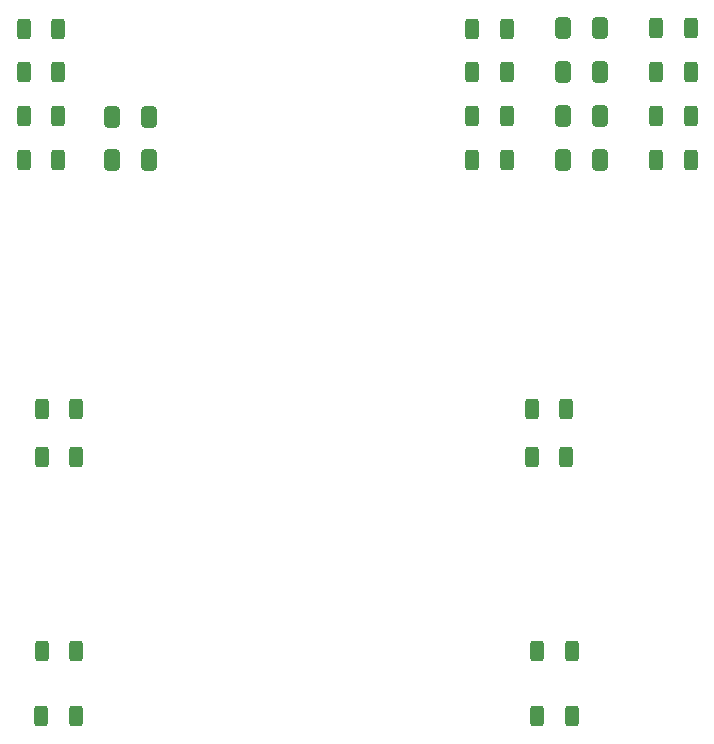
<source format=gbr>
%TF.GenerationSoftware,KiCad,Pcbnew,8.0.2*%
%TF.CreationDate,2024-11-11T15:41:05-05:00*%
%TF.ProjectId,PTZ_Camera_Controler,50545a5f-4361-46d6-9572-615f436f6e74,rev?*%
%TF.SameCoordinates,Original*%
%TF.FileFunction,Paste,Bot*%
%TF.FilePolarity,Positive*%
%FSLAX46Y46*%
G04 Gerber Fmt 4.6, Leading zero omitted, Abs format (unit mm)*
G04 Created by KiCad (PCBNEW 8.0.2) date 2024-11-11 15:41:05*
%MOMM*%
%LPD*%
G01*
G04 APERTURE LIST*
G04 Aperture macros list*
%AMRoundRect*
0 Rectangle with rounded corners*
0 $1 Rounding radius*
0 $2 $3 $4 $5 $6 $7 $8 $9 X,Y pos of 4 corners*
0 Add a 4 corners polygon primitive as box body*
4,1,4,$2,$3,$4,$5,$6,$7,$8,$9,$2,$3,0*
0 Add four circle primitives for the rounded corners*
1,1,$1+$1,$2,$3*
1,1,$1+$1,$4,$5*
1,1,$1+$1,$6,$7*
1,1,$1+$1,$8,$9*
0 Add four rect primitives between the rounded corners*
20,1,$1+$1,$2,$3,$4,$5,0*
20,1,$1+$1,$4,$5,$6,$7,0*
20,1,$1+$1,$6,$7,$8,$9,0*
20,1,$1+$1,$8,$9,$2,$3,0*%
G04 Aperture macros list end*
%ADD10RoundRect,0.250000X-0.412500X-0.650000X0.412500X-0.650000X0.412500X0.650000X-0.412500X0.650000X0*%
%ADD11RoundRect,0.250000X0.312500X0.625000X-0.312500X0.625000X-0.312500X-0.625000X0.312500X-0.625000X0*%
%ADD12RoundRect,0.250000X-0.312500X-0.625000X0.312500X-0.625000X0.312500X0.625000X-0.312500X0.625000X0*%
G04 APERTURE END LIST*
D10*
%TO.C,C1*%
X131000000Y-67715000D03*
X134125000Y-67715000D03*
%TD*%
D11*
%TO.C,R6*%
X128000000Y-92821400D03*
X125075000Y-92821400D03*
%TD*%
%TO.C,R8*%
X169462500Y-92821400D03*
X166537500Y-92821400D03*
%TD*%
%TO.C,R1*%
X127962500Y-114750000D03*
X125037500Y-114750000D03*
%TD*%
%TO.C,R2*%
X128000000Y-109250000D03*
X125075000Y-109250000D03*
%TD*%
D12*
%TO.C,R15*%
X161537500Y-60260000D03*
X164462500Y-60260000D03*
%TD*%
D10*
%TO.C,C6*%
X169206300Y-56517500D03*
X172331300Y-56517500D03*
%TD*%
%TO.C,C2*%
X131000000Y-64002500D03*
X134125000Y-64002500D03*
%TD*%
D12*
%TO.C,R3*%
X167037500Y-114750000D03*
X169962500Y-114750000D03*
%TD*%
%TO.C,R9*%
X123537500Y-67685000D03*
X126462500Y-67685000D03*
%TD*%
D10*
%TO.C,C4*%
X169206300Y-63982500D03*
X172331300Y-63982500D03*
%TD*%
D12*
%TO.C,R4*%
X167037500Y-109250000D03*
X169962500Y-109250000D03*
%TD*%
%TO.C,R14*%
X161537500Y-63972500D03*
X164462500Y-63972500D03*
%TD*%
%TO.C,R10*%
X123537500Y-63972500D03*
X126462500Y-63972500D03*
%TD*%
%TO.C,R18*%
X177075000Y-63967500D03*
X180000000Y-63967500D03*
%TD*%
%TO.C,R13*%
X161537500Y-67685000D03*
X164462500Y-67685000D03*
%TD*%
D11*
%TO.C,R5*%
X128000000Y-88750000D03*
X125075000Y-88750000D03*
%TD*%
D10*
%TO.C,C5*%
X169206300Y-60250000D03*
X172331300Y-60250000D03*
%TD*%
%TO.C,C3*%
X169206300Y-67715000D03*
X172331300Y-67715000D03*
%TD*%
D12*
%TO.C,R20*%
X177075000Y-56532500D03*
X180000000Y-56532500D03*
%TD*%
%TO.C,R11*%
X123537500Y-60260000D03*
X126462500Y-60260000D03*
%TD*%
%TO.C,R12*%
X123537500Y-56547500D03*
X126462500Y-56547500D03*
%TD*%
D11*
%TO.C,R7*%
X169462500Y-88750000D03*
X166537500Y-88750000D03*
%TD*%
D12*
%TO.C,R17*%
X177075000Y-67685000D03*
X180000000Y-67685000D03*
%TD*%
%TO.C,R16*%
X161537500Y-56547500D03*
X164462500Y-56547500D03*
%TD*%
%TO.C,R19*%
X177075000Y-60250000D03*
X180000000Y-60250000D03*
%TD*%
M02*

</source>
